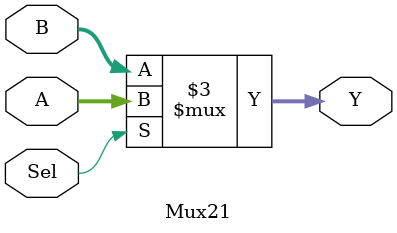
<source format=v>
`timescale 1ns / 1ps
module Mux21(
    input             Sel,
    input      [15:0] A,     // sel = 1
    input      [15:0] B,     // sel = 0
    output reg [15:0] Y
    );

////////////////////////////////////////
// Implement Mux
////////////////////////////////////////
always @(*)
   if (Sel)
	   Y = A;
	else
	   Y = B;

endmodule

</source>
